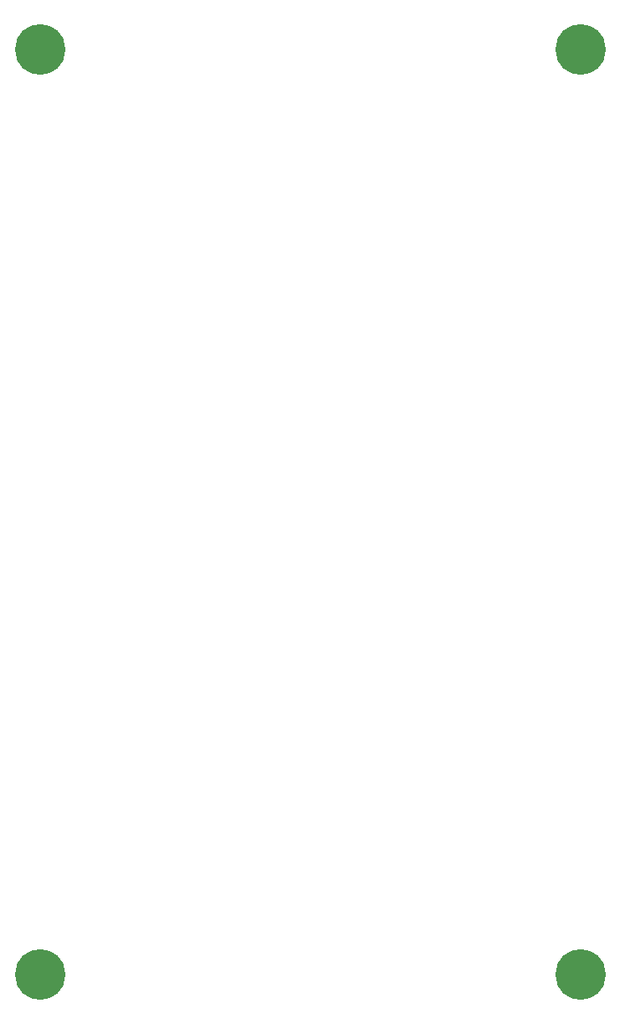
<source format=gts>
G04 #@! TF.GenerationSoftware,KiCad,Pcbnew,(5.1.8)-1*
G04 #@! TF.CreationDate,2022-04-25T19:49:34+02:00*
G04 #@! TF.ProjectId,A2600 Faceplate Basic,41323630-3020-4466-9163-65706c617465,rev?*
G04 #@! TF.SameCoordinates,Original*
G04 #@! TF.FileFunction,Soldermask,Top*
G04 #@! TF.FilePolarity,Negative*
%FSLAX46Y46*%
G04 Gerber Fmt 4.6, Leading zero omitted, Abs format (unit mm)*
G04 Created by KiCad (PCBNEW (5.1.8)-1) date 2022-04-25 19:49:34*
%MOMM*%
%LPD*%
G01*
G04 APERTURE LIST*
%ADD10C,5.100000*%
G04 APERTURE END LIST*
D10*
X125095000Y-136525000D03*
X179705000Y-136525000D03*
X179705000Y-43180000D03*
X125095000Y-43180000D03*
M02*

</source>
